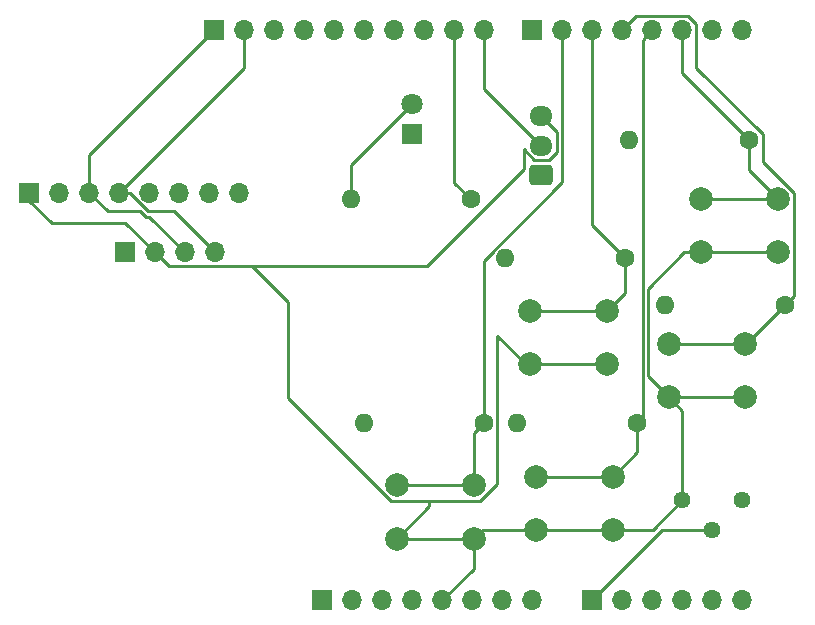
<source format=gbr>
%TF.GenerationSoftware,KiCad,Pcbnew,8.0.8*%
%TF.CreationDate,2025-02-03T18:13:04-07:00*%
%TF.ProjectId,Uno_Shield_ThermoPro,556e6f5f-5368-4696-956c-645f54686572,1.0*%
%TF.SameCoordinates,Original*%
%TF.FileFunction,Copper,L1,Top*%
%TF.FilePolarity,Positive*%
%FSLAX46Y46*%
G04 Gerber Fmt 4.6, Leading zero omitted, Abs format (unit mm)*
G04 Created by KiCad (PCBNEW 8.0.8) date 2025-02-03 18:13:04*
%MOMM*%
%LPD*%
G01*
G04 APERTURE LIST*
G04 Aperture macros list*
%AMRoundRect*
0 Rectangle with rounded corners*
0 $1 Rounding radius*
0 $2 $3 $4 $5 $6 $7 $8 $9 X,Y pos of 4 corners*
0 Add a 4 corners polygon primitive as box body*
4,1,4,$2,$3,$4,$5,$6,$7,$8,$9,$2,$3,0*
0 Add four circle primitives for the rounded corners*
1,1,$1+$1,$2,$3*
1,1,$1+$1,$4,$5*
1,1,$1+$1,$6,$7*
1,1,$1+$1,$8,$9*
0 Add four rect primitives between the rounded corners*
20,1,$1+$1,$2,$3,$4,$5,0*
20,1,$1+$1,$4,$5,$6,$7,0*
20,1,$1+$1,$6,$7,$8,$9,0*
20,1,$1+$1,$8,$9,$2,$3,0*%
G04 Aperture macros list end*
%TA.AperFunction,ComponentPad*%
%ADD10O,1.700000X1.700000*%
%TD*%
%TA.AperFunction,ComponentPad*%
%ADD11R,1.700000X1.700000*%
%TD*%
%TA.AperFunction,ComponentPad*%
%ADD12C,2.000000*%
%TD*%
%TA.AperFunction,ComponentPad*%
%ADD13C,1.800000*%
%TD*%
%TA.AperFunction,ComponentPad*%
%ADD14R,1.800000X1.800000*%
%TD*%
%TA.AperFunction,ComponentPad*%
%ADD15O,1.600000X1.600000*%
%TD*%
%TA.AperFunction,ComponentPad*%
%ADD16C,1.600000*%
%TD*%
%TA.AperFunction,ComponentPad*%
%ADD17O,1.950000X1.700000*%
%TD*%
%TA.AperFunction,ComponentPad*%
%ADD18RoundRect,0.250000X0.725000X-0.600000X0.725000X0.600000X-0.725000X0.600000X-0.725000X-0.600000X0*%
%TD*%
%TA.AperFunction,ComponentPad*%
%ADD19C,1.440000*%
%TD*%
%TA.AperFunction,Conductor*%
%ADD20C,0.250000*%
%TD*%
G04 APERTURE END LIST*
D10*
%TO.P,J1,8,Pin_8*%
%TO.N,VCC*%
X145720000Y-97460000D03*
%TO.P,J1,7,Pin_7*%
%TO.N,GND*%
X143180000Y-97460000D03*
%TO.P,J1,6,Pin_6*%
X140640000Y-97460000D03*
%TO.P,J1,5,Pin_5*%
%TO.N,+5V*%
X138100000Y-97460000D03*
%TO.P,J1,4,Pin_4*%
%TO.N,+3V3*%
X135560000Y-97460000D03*
%TO.P,J1,3,Pin_3*%
%TO.N,/~{RESET}*%
X133020000Y-97460000D03*
%TO.P,J1,2,Pin_2*%
%TO.N,/IOREF*%
X130480000Y-97460000D03*
D11*
%TO.P,J1,1,Pin_1*%
%TO.N,unconnected-(J1-Pin_1-Pad1)*%
X127940000Y-97460000D03*
%TD*%
D10*
%TO.P,J3,6,Pin_6*%
%TO.N,/SCL{slash}A5*%
X163500000Y-97460000D03*
%TO.P,J3,5,Pin_5*%
%TO.N,/SDA{slash}A4*%
X160960000Y-97460000D03*
%TO.P,J3,4,Pin_4*%
%TO.N,/A3*%
X158420000Y-97460000D03*
%TO.P,J3,3,Pin_3*%
%TO.N,/A2*%
X155880000Y-97460000D03*
%TO.P,J3,2,Pin_2*%
%TO.N,/A1*%
X153340000Y-97460000D03*
D11*
%TO.P,J3,1,Pin_1*%
%TO.N,/temp_sensor*%
X150800000Y-97460000D03*
%TD*%
D10*
%TO.P,J2,10,Pin_10*%
%TO.N,/temp_digital*%
X141656000Y-49200000D03*
%TO.P,J2,9,Pin_9*%
%TO.N,/led_light*%
X139116000Y-49200000D03*
%TO.P,J2,8,Pin_8*%
%TO.N,/\u002A10*%
X136576000Y-49200000D03*
%TO.P,J2,7,Pin_7*%
%TO.N,/\u002A11*%
X134036000Y-49200000D03*
%TO.P,J2,6,Pin_6*%
%TO.N,/12*%
X131496000Y-49200000D03*
%TO.P,J2,5,Pin_5*%
%TO.N,/13*%
X128956000Y-49200000D03*
%TO.P,J2,4,Pin_4*%
%TO.N,GND*%
X126416000Y-49200000D03*
%TO.P,J2,3,Pin_3*%
%TO.N,/AREF*%
X123876000Y-49200000D03*
%TO.P,J2,2,Pin_2*%
%TO.N,/I2C_SDA*%
X121336000Y-49200000D03*
D11*
%TO.P,J2,1,Pin_1*%
%TO.N,/I2C_SCL*%
X118796000Y-49200000D03*
%TD*%
D10*
%TO.P,J4,8,Pin_8*%
%TO.N,/RX{slash}0*%
X163500000Y-49200000D03*
%TO.P,J4,7,Pin_7*%
%TO.N,/TX{slash}1*%
X160960000Y-49200000D03*
%TO.P,J4,6,Pin_6*%
%TO.N,/button_onoff*%
X158420000Y-49200000D03*
%TO.P,J4,5,Pin_5*%
%TO.N,/button_lock*%
X155880000Y-49200000D03*
%TO.P,J4,4,Pin_4*%
%TO.N,/button_units*%
X153340000Y-49200000D03*
%TO.P,J4,3,Pin_3*%
%TO.N,/button_cal*%
X150800000Y-49200000D03*
%TO.P,J4,2,Pin_2*%
%TO.N,/button_light*%
X148260000Y-49200000D03*
D11*
%TO.P,J4,1,Pin_1*%
%TO.N,/7*%
X145720000Y-49200000D03*
%TD*%
D12*
%TO.P,SW4,2,B*%
%TO.N,+5V*%
X152500000Y-91500000D03*
X146000000Y-91500000D03*
%TO.P,SW4,1,A*%
%TO.N,/button_lock*%
X152500000Y-87000000D03*
X146000000Y-87000000D03*
%TD*%
D13*
%TO.P,D1,2,A*%
%TO.N,Net-(D1-A)*%
X135500000Y-55460000D03*
D14*
%TO.P,D1,1,K*%
%TO.N,GND*%
X135500000Y-58000000D03*
%TD*%
D12*
%TO.P,SW5,2,B*%
%TO.N,+5V*%
X140750000Y-92250000D03*
X134250000Y-92250000D03*
%TO.P,SW5,1,A*%
%TO.N,/button_light*%
X140750000Y-87750000D03*
X134250000Y-87750000D03*
%TD*%
%TO.P,SW2,2,B*%
%TO.N,+5V*%
X163750000Y-80250000D03*
X157250000Y-80250000D03*
%TO.P,SW2,1,A*%
%TO.N,/button_units*%
X163750000Y-75750000D03*
X157250000Y-75750000D03*
%TD*%
D15*
%TO.P,R4,2*%
%TO.N,GND*%
X143420000Y-68500000D03*
D16*
%TO.P,R4,1*%
%TO.N,/button_cal*%
X153580000Y-68500000D03*
%TD*%
D15*
%TO.P,R1,2*%
%TO.N,Net-(D1-A)*%
X130340000Y-63500000D03*
D16*
%TO.P,R1,1*%
%TO.N,/led_light*%
X140500000Y-63500000D03*
%TD*%
D12*
%TO.P,SW3,2,B*%
%TO.N,+5V*%
X152000000Y-77500000D03*
X145500000Y-77500000D03*
%TO.P,SW3,1,A*%
%TO.N,/button_cal*%
X152000000Y-73000000D03*
X145500000Y-73000000D03*
%TD*%
D10*
%TO.P,J6,4,Pin_4*%
%TO.N,/I2C_SDA*%
X118820000Y-68010000D03*
%TO.P,J6,3,Pin_3*%
%TO.N,/I2C_SCL*%
X116280000Y-68010000D03*
%TO.P,J6,2,Pin_2*%
%TO.N,+5V*%
X113740000Y-68010000D03*
D11*
%TO.P,J6,1,Pin_1*%
%TO.N,GND*%
X111200000Y-68010000D03*
%TD*%
D12*
%TO.P,SW1,2,B*%
%TO.N,+5V*%
X166500000Y-68000000D03*
X160000000Y-68000000D03*
%TO.P,SW1,1,A*%
%TO.N,/button_onoff*%
X166500000Y-63500000D03*
X160000000Y-63500000D03*
%TD*%
D15*
%TO.P,R5,2*%
%TO.N,GND*%
X144420000Y-82500000D03*
D16*
%TO.P,R5,1*%
%TO.N,/button_lock*%
X154580000Y-82500000D03*
%TD*%
D17*
%TO.P,J7,3,Pin_3*%
%TO.N,+5V*%
X146475000Y-56500000D03*
%TO.P,J7,2,Pin_2*%
%TO.N,/temp_digital*%
X146475000Y-59000000D03*
D18*
%TO.P,J7,1,Pin_1*%
%TO.N,GND*%
X146475000Y-61500000D03*
%TD*%
D15*
%TO.P,R2,2*%
%TO.N,GND*%
X153920000Y-58500000D03*
D16*
%TO.P,R2,1*%
%TO.N,/button_onoff*%
X164080000Y-58500000D03*
%TD*%
D19*
%TO.P,RV1,3,3*%
%TO.N,GND*%
X163500000Y-89000000D03*
%TO.P,RV1,2,2*%
%TO.N,/temp_sensor*%
X160960000Y-91540000D03*
%TO.P,RV1,1,1*%
%TO.N,+5V*%
X158420000Y-89000000D03*
%TD*%
D10*
%TO.P,J5,8,Pin_8*%
%TO.N,unconnected-(J5-Pin_8-Pad8)*%
X120910000Y-62970000D03*
%TO.P,J5,7,Pin_7*%
%TO.N,unconnected-(J5-Pin_7-Pad7)*%
X118370000Y-62970000D03*
%TO.P,J5,6,Pin_6*%
%TO.N,unconnected-(J5-Pin_6-Pad6)*%
X115830000Y-62970000D03*
%TO.P,J5,5,Pin_5*%
%TO.N,unconnected-(J5-Pin_5-Pad5)*%
X113290000Y-62970000D03*
%TO.P,J5,4,Pin_4*%
%TO.N,/I2C_SDA*%
X110750000Y-62970000D03*
%TO.P,J5,3,Pin_3*%
%TO.N,/I2C_SCL*%
X108210000Y-62970000D03*
%TO.P,J5,2,Pin_2*%
%TO.N,GND*%
X105670000Y-62970000D03*
D11*
%TO.P,J5,1,Pin_1*%
%TO.N,+5V*%
X103130000Y-62970000D03*
%TD*%
D15*
%TO.P,R6,2*%
%TO.N,GND*%
X131420000Y-82500000D03*
D16*
%TO.P,R6,1*%
%TO.N,/button_light*%
X141580000Y-82500000D03*
%TD*%
D15*
%TO.P,R3,2*%
%TO.N,GND*%
X156920000Y-72500000D03*
D16*
%TO.P,R3,1*%
%TO.N,/button_units*%
X167080000Y-72500000D03*
%TD*%
D20*
%TO.N,+5V*%
X147775000Y-57800000D02*
X146475000Y-56500000D01*
X125000000Y-72185000D02*
X122000000Y-69185000D01*
X147775000Y-59486701D02*
X147775000Y-57800000D01*
X142705000Y-75075000D02*
X142705000Y-87668833D01*
X155500000Y-78500000D02*
X157250000Y-80250000D01*
X122000000Y-69185000D02*
X136815000Y-69185000D01*
X158420000Y-89000000D02*
X158420000Y-81420000D01*
X158585787Y-68000000D02*
X155500000Y-71085787D01*
X134250000Y-92250000D02*
X140750000Y-92250000D01*
X145130000Y-77500000D02*
X142705000Y-75075000D01*
X103130000Y-63630000D02*
X105000000Y-65500000D01*
X146000000Y-91500000D02*
X141500000Y-91500000D01*
X152500000Y-91500000D02*
X155920000Y-91500000D01*
X134250000Y-92250000D02*
X137000000Y-89500000D01*
X157250000Y-80250000D02*
X163750000Y-80250000D01*
X125000000Y-80373833D02*
X125000000Y-72185000D01*
X113740000Y-68010000D02*
X114915000Y-69185000D01*
X136815000Y-69185000D02*
X145000000Y-61000000D01*
X114915000Y-69185000D02*
X122000000Y-69185000D01*
X146000000Y-91500000D02*
X152500000Y-91500000D01*
X111230000Y-65500000D02*
X113740000Y-68010000D01*
X145000000Y-61000000D02*
X145000000Y-59311701D01*
X141298833Y-89075000D02*
X137000000Y-89075000D01*
X152000000Y-77500000D02*
X145500000Y-77500000D01*
X155920000Y-91500000D02*
X158420000Y-89000000D01*
X138100000Y-97460000D02*
X140750000Y-94810000D01*
X137000000Y-89075000D02*
X133701167Y-89075000D01*
X140750000Y-94810000D02*
X140750000Y-92250000D01*
X145863299Y-60175000D02*
X147086701Y-60175000D01*
X105000000Y-65500000D02*
X111230000Y-65500000D01*
X160000000Y-68000000D02*
X166500000Y-68000000D01*
X155500000Y-71085787D02*
X155500000Y-78500000D01*
X133701167Y-89075000D02*
X125000000Y-80373833D01*
%TO.N,/temp_digital*%
X141656000Y-49200000D02*
X141656000Y-54181000D01*
X141656000Y-54181000D02*
X146475000Y-59000000D01*
%TO.N,/I2C_SCL*%
X108210000Y-59786000D02*
X118796000Y-49200000D01*
X108210000Y-62970000D02*
X108210000Y-59786000D01*
X109740000Y-64500000D02*
X112500000Y-64500000D01*
X112500000Y-64500000D02*
X113000000Y-65000000D01*
X113270000Y-65000000D02*
X116280000Y-68010000D01*
X108210000Y-62970000D02*
X109740000Y-64500000D01*
%TO.N,/I2C_SDA*%
X121336000Y-52384000D02*
X110750000Y-62970000D01*
X115360000Y-64550000D02*
X118820000Y-68010000D01*
X111606396Y-62970000D02*
X113186396Y-64550000D01*
X121336000Y-49200000D02*
X121336000Y-52384000D01*
%TO.N,/button_onoff*%
X164080000Y-58500000D02*
X164080000Y-61080000D01*
X160000000Y-63500000D02*
X166500000Y-63500000D01*
X158420000Y-52840000D02*
X164080000Y-58500000D01*
X158420000Y-49200000D02*
X158420000Y-52840000D01*
X164080000Y-61080000D02*
X166500000Y-63500000D01*
%TO.N,/button_lock*%
X155880000Y-49200000D02*
X155050000Y-50030000D01*
X154580000Y-84920000D02*
X152500000Y-87000000D01*
X154580000Y-82500000D02*
X154580000Y-84920000D01*
X152500000Y-87000000D02*
X146000000Y-87000000D01*
X155050000Y-50030000D02*
X155050000Y-82030000D01*
%TO.N,/button_light*%
X140750000Y-87750000D02*
X140750000Y-83330000D01*
X141580000Y-82500000D02*
X141580000Y-68749009D01*
X140750000Y-87750000D02*
X134250000Y-87750000D01*
X141580000Y-68749009D02*
X148260000Y-62069009D01*
X148260000Y-62069009D02*
X148260000Y-49200000D01*
%TO.N,/button_units*%
X159595000Y-52424009D02*
X165205000Y-58034009D01*
X157250000Y-75750000D02*
X163750000Y-75750000D01*
X154515000Y-48025000D02*
X158906701Y-48025000D01*
X167879999Y-63006166D02*
X167879999Y-71700001D01*
X159595000Y-48713299D02*
X159595000Y-52424009D01*
X165205000Y-60331167D02*
X167879999Y-63006166D01*
X167080000Y-72500000D02*
X163830000Y-75750000D01*
X153340000Y-49200000D02*
X154515000Y-48025000D01*
%TO.N,/button_cal*%
X150800000Y-49200000D02*
X150800000Y-65720000D01*
X150800000Y-65720000D02*
X153580000Y-68500000D01*
X153580000Y-68500000D02*
X153580000Y-71420000D01*
X145500000Y-73000000D02*
X152000000Y-73000000D01*
%TO.N,Net-(D1-A)*%
X130340000Y-60620000D02*
X130340000Y-63500000D01*
X135500000Y-55460000D02*
X130340000Y-60620000D01*
%TO.N,/led_light*%
X139116000Y-62116000D02*
X140500000Y-63500000D01*
X139116000Y-49200000D02*
X139116000Y-62116000D01*
%TO.N,/temp_sensor*%
X156720000Y-91540000D02*
X160960000Y-91540000D01*
X150800000Y-97460000D02*
X156720000Y-91540000D01*
%TO.N,/button_cal*%
X153580000Y-71420000D02*
X152000000Y-73000000D01*
%TO.N,/button_units*%
X167879999Y-71700001D02*
X167080000Y-72500000D01*
X165205000Y-58034009D02*
X165205000Y-60331167D01*
X158906701Y-48025000D02*
X159595000Y-48713299D01*
%TO.N,/button_light*%
X140750000Y-83330000D02*
X141580000Y-82500000D01*
%TO.N,/I2C_SDA*%
X113186396Y-64550000D02*
X115360000Y-64550000D01*
X110750000Y-62970000D02*
X111606396Y-62970000D01*
%TO.N,/I2C_SCL*%
X113000000Y-65000000D02*
X113270000Y-65000000D01*
%TO.N,+5V*%
X137000000Y-89500000D02*
X137000000Y-89075000D01*
X147086701Y-60175000D02*
X147775000Y-59486701D01*
X141500000Y-91500000D02*
X140750000Y-92250000D01*
X142705000Y-87668833D02*
X141298833Y-89075000D01*
X145000000Y-59311701D02*
X145863299Y-60175000D01*
X158420000Y-81420000D02*
X157250000Y-80250000D01*
X160000000Y-68000000D02*
X158585787Y-68000000D01*
%TD*%
M02*

</source>
